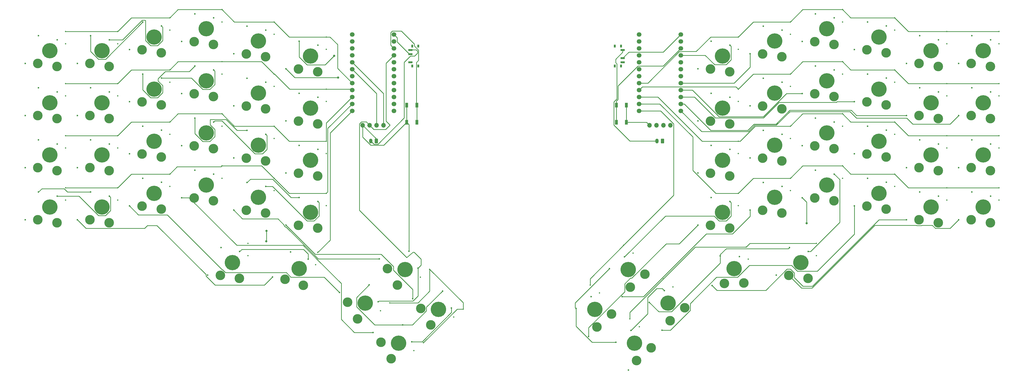
<source format=gbr>
%TF.GenerationSoftware,KiCad,Pcbnew,8.0.2-1.fc40*%
%TF.CreationDate,2024-06-26T22:38:01-04:00*%
%TF.ProjectId,BatBoard,42617442-6f61-4726-942e-6b696361645f,v1.0.0*%
%TF.SameCoordinates,Original*%
%TF.FileFunction,Copper,L1,Top*%
%TF.FilePolarity,Positive*%
%FSLAX46Y46*%
G04 Gerber Fmt 4.6, Leading zero omitted, Abs format (unit mm)*
G04 Created by KiCad (PCBNEW 8.0.2-1.fc40) date 2024-06-26 22:38:01*
%MOMM*%
%LPD*%
G01*
G04 APERTURE LIST*
G04 Aperture macros list*
%AMRoundRect*
0 Rectangle with rounded corners*
0 $1 Rounding radius*
0 $2 $3 $4 $5 $6 $7 $8 $9 X,Y pos of 4 corners*
0 Add a 4 corners polygon primitive as box body*
4,1,4,$2,$3,$4,$5,$6,$7,$8,$9,$2,$3,0*
0 Add four circle primitives for the rounded corners*
1,1,$1+$1,$2,$3*
1,1,$1+$1,$4,$5*
1,1,$1+$1,$6,$7*
1,1,$1+$1,$8,$9*
0 Add four rect primitives between the rounded corners*
20,1,$1+$1,$2,$3,$4,$5,0*
20,1,$1+$1,$4,$5,$6,$7,0*
20,1,$1+$1,$6,$7,$8,$9,0*
20,1,$1+$1,$8,$9,$2,$3,0*%
G04 Aperture macros list end*
%TA.AperFunction,ComponentPad*%
%ADD10C,1.700000*%
%TD*%
%TA.AperFunction,SMDPad,CuDef*%
%ADD11R,1.100000X1.800000*%
%TD*%
%TA.AperFunction,ComponentPad*%
%ADD12C,0.600000*%
%TD*%
%TA.AperFunction,SMDPad,CuDef*%
%ADD13R,0.800000X1.000000*%
%TD*%
%TA.AperFunction,SMDPad,CuDef*%
%ADD14R,1.500000X0.700000*%
%TD*%
%TA.AperFunction,ComponentPad*%
%ADD15O,1.700000X1.700000*%
%TD*%
%TA.AperFunction,ComponentPad*%
%ADD16C,5.600000*%
%TD*%
%TA.AperFunction,ComponentPad*%
%ADD17C,3.500000*%
%TD*%
%TA.AperFunction,ComponentPad*%
%ADD18C,0.500000*%
%TD*%
%TA.AperFunction,ComponentPad*%
%ADD19RoundRect,0.240000X-0.360000X-0.635000X0.360000X-0.635000X0.360000X0.635000X-0.360000X0.635000X0*%
%TD*%
%TA.AperFunction,ComponentPad*%
%ADD20O,1.200000X1.750000*%
%TD*%
%TA.AperFunction,ViaPad*%
%ADD21C,0.800000*%
%TD*%
%TA.AperFunction,Conductor*%
%ADD22C,0.250000*%
%TD*%
G04 APERTURE END LIST*
D10*
%TO.P,MCU2,1*%
%TO.N,M_RAW*%
X280580637Y-111912500D03*
%TO.P,MCU2,2*%
%TO.N,M_GND*%
X280580637Y-114452500D03*
%TO.P,MCU2,3*%
%TO.N,M_RST*%
X280580637Y-116992500D03*
%TO.P,MCU2,4*%
%TO.N,M_VCC*%
X280580637Y-119532500D03*
%TO.P,MCU2,5*%
%TO.N,M_P21*%
X280580637Y-122072500D03*
%TO.P,MCU2,6*%
%TO.N,M_P20*%
X280580637Y-124612500D03*
%TO.P,MCU2,7*%
%TO.N,M_P19*%
X280580637Y-127152500D03*
%TO.P,MCU2,8*%
%TO.N,M_P18*%
X280580637Y-129692500D03*
%TO.P,MCU2,9*%
%TO.N,M_P15*%
X280580637Y-132232500D03*
%TO.P,MCU2,10*%
%TO.N,M_P14*%
X280580637Y-134772500D03*
%TO.P,MCU2,11*%
%TO.N,M_P16*%
X280580637Y-137312500D03*
%TO.P,MCU2,12*%
%TO.N,M_P10*%
X280580637Y-139852500D03*
%TO.P,MCU2,13*%
%TO.N,M_P9*%
X265340637Y-139852500D03*
%TO.P,MCU2,14*%
%TO.N,M_P8*%
X265340637Y-137312500D03*
%TO.P,MCU2,15*%
%TO.N,M_P7*%
X265340637Y-134772500D03*
%TO.P,MCU2,16*%
%TO.N,M_P6*%
X265340637Y-132232500D03*
%TO.P,MCU2,17*%
%TO.N,M_P5*%
X265340637Y-129692500D03*
%TO.P,MCU2,18*%
%TO.N,M_P4*%
X265340637Y-127152500D03*
%TO.P,MCU2,19*%
%TO.N,M_SCL*%
X265340637Y-124612500D03*
%TO.P,MCU2,20*%
%TO.N,M_SDA*%
X265340637Y-122072500D03*
%TO.P,MCU2,21*%
%TO.N,M_GND*%
X265340637Y-119532500D03*
%TO.P,MCU2,22*%
X265340637Y-116992500D03*
%TO.P,MCU2,23*%
%TO.N,M_DAT*%
X265340637Y-114452500D03*
%TO.P,MCU2,24*%
%TO.N,M_LED*%
X265340637Y-111912500D03*
%TD*%
%TO.P,MCU1,1*%
%TO.N,RAW*%
X175730000Y-111912500D03*
%TO.P,MCU1,2*%
%TO.N,GND*%
X175730000Y-114452500D03*
%TO.P,MCU1,3*%
%TO.N,RST*%
X175730000Y-116992500D03*
%TO.P,MCU1,4*%
%TO.N,VCC*%
X175730000Y-119532500D03*
%TO.P,MCU1,5*%
%TO.N,P21*%
X175730000Y-122072500D03*
%TO.P,MCU1,6*%
%TO.N,P20*%
X175730000Y-124612500D03*
%TO.P,MCU1,7*%
%TO.N,P19*%
X175730000Y-127152500D03*
%TO.P,MCU1,8*%
%TO.N,P18*%
X175730000Y-129692500D03*
%TO.P,MCU1,9*%
%TO.N,P15*%
X175730000Y-132232500D03*
%TO.P,MCU1,10*%
%TO.N,P14*%
X175730000Y-134772500D03*
%TO.P,MCU1,11*%
%TO.N,P16*%
X175730000Y-137312500D03*
%TO.P,MCU1,12*%
%TO.N,P10*%
X175730000Y-139852500D03*
%TO.P,MCU1,13*%
%TO.N,P9*%
X160490000Y-139852500D03*
%TO.P,MCU1,14*%
%TO.N,P8*%
X160490000Y-137312500D03*
%TO.P,MCU1,15*%
%TO.N,P7*%
X160490000Y-134772500D03*
%TO.P,MCU1,16*%
%TO.N,P6*%
X160490000Y-132232500D03*
%TO.P,MCU1,17*%
%TO.N,P5*%
X160490000Y-129692500D03*
%TO.P,MCU1,18*%
%TO.N,P4*%
X160490000Y-127152500D03*
%TO.P,MCU1,19*%
%TO.N,SCL*%
X160490000Y-124612500D03*
%TO.P,MCU1,20*%
%TO.N,SDA*%
X160490000Y-122072500D03*
%TO.P,MCU1,21*%
%TO.N,GND*%
X160490000Y-119532500D03*
%TO.P,MCU1,22*%
X160490000Y-116992500D03*
%TO.P,MCU1,23*%
%TO.N,DAT*%
X160490000Y-114452500D03*
%TO.P,MCU1,24*%
%TO.N,LED*%
X160490000Y-111912500D03*
%TD*%
D11*
%TO.P,B1,1*%
%TO.N,GND*%
X180400000Y-144000000D03*
X180400000Y-137800000D03*
%TO.P,B1,2*%
%TO.N,RST*%
X184100000Y-144000000D03*
X184100000Y-137800000D03*
%TD*%
D12*
%TO.P,REF\u002A\u002A,1*%
%TO.N,M_VCC*%
X262310535Y-220140746D03*
%TD*%
%TO.P,REF\u002A\u002A,1*%
%TO.N,M_VCC*%
X298520637Y-153950000D03*
%TD*%
%TO.P,REF\u002A\u002A,1*%
%TO.N,P18*%
X117200000Y-118990000D03*
%TD*%
%TO.P,REF\u002A\u002A,1*%
%TO.N,P15*%
X168091916Y-220868351D03*
%TD*%
%TO.P,REF\u002A\u002A,1*%
%TO.N,P18*%
X170407819Y-193991798D03*
%TD*%
%TO.P,REF\u002A\u002A,1*%
%TO.N,M_GND*%
X291670637Y-171550000D03*
%TD*%
%TO.P,REF\u002A\u002A,1*%
%TO.N,VCC*%
X90800000Y-108850000D03*
%TD*%
%TO.P,REF\u002A\u002A,1*%
%TO.N,GND*%
X141100000Y-133450000D03*
%TD*%
%TO.P,REF\u002A\u002A,1*%
%TO.N,VCC*%
X128900000Y-129400000D03*
%TD*%
%TO.P,REF\u002A\u002A,1*%
%TO.N,M_GND*%
X291670637Y-152500000D03*
%TD*%
%TO.P,REF\u002A\u002A,1*%
%TO.N,P20*%
X182620784Y-208546643D03*
%TD*%
%TO.P,REF\u002A\u002A,1*%
%TO.N,GND*%
X181254728Y-191221387D03*
%TD*%
%TO.P,REF\u002A\u002A,1*%
%TO.N,GND*%
X178938824Y-218097940D03*
%TD*%
%TO.P,REF\u002A\u002A,1*%
%TO.N,VCC*%
X71750000Y-113850000D03*
%TD*%
%TO.P,REF\u002A\u002A,1*%
%TO.N,M_P16*%
X363020637Y-179640000D03*
%TD*%
%TO.P,REF\u002A\u002A,1*%
%TO.N,M_P14*%
X343970637Y-155590000D03*
%TD*%
%TO.P,REF\u002A\u002A,1*%
%TO.N,M_GND*%
X367870637Y-131450000D03*
%TD*%
%TO.P,REF\u002A\u002A,1*%
%TO.N,P16*%
X60050000Y-122490000D03*
%TD*%
%TO.P,REF\u002A\u002A,1*%
%TO.N,VCC*%
X147950000Y-173000000D03*
%TD*%
D13*
%TO.P,PWR1,*%
%TO.N,*%
X182415000Y-116200000D03*
X182415000Y-123500000D03*
X184625000Y-116200000D03*
X184625000Y-123500000D03*
D14*
%TO.P,PWR1,1*%
%TO.N,N/C*%
X181765000Y-122100000D03*
%TO.P,PWR1,2*%
%TO.N,RAW*%
X181765000Y-119100000D03*
%TO.P,PWR1,3*%
%TO.N,BAT_P*%
X181765000Y-117600000D03*
%TD*%
D12*
%TO.P,REF\u002A\u002A,1*%
%TO.N,M_GND*%
X291670637Y-114400000D03*
%TD*%
%TO.P,REF\u002A\u002A,1*%
%TO.N,M_VCC*%
X298520637Y-173000000D03*
%TD*%
%TO.P,REF\u002A\u002A,1*%
%TO.N,M_GND*%
X310720637Y-108900000D03*
%TD*%
%TO.P,REF\u002A\u002A,1*%
%TO.N,VCC*%
X90800000Y-166000000D03*
%TD*%
%TO.P,REF\u002A\u002A,1*%
%TO.N,GND*%
X112525000Y-189862500D03*
%TD*%
%TO.P,REF\u002A\u002A,1*%
%TO.N,M_P15*%
X324920637Y-133540000D03*
%TD*%
%TO.P,REF\u002A\u002A,1*%
%TO.N,GND*%
X83950000Y-126450000D03*
%TD*%
%TO.P,REF\u002A\u002A,1*%
%TO.N,GND*%
X64900000Y-131450000D03*
%TD*%
%TO.P,REF\u002A\u002A,1*%
%TO.N,GND*%
X193467692Y-205776231D03*
%TD*%
%TO.P,REF\u002A\u002A,1*%
%TO.N,GND*%
X45850000Y-150500000D03*
%TD*%
%TO.P,REF\u002A\u002A,1*%
%TO.N,M_VCC*%
X336620637Y-105850000D03*
%TD*%
%TO.P,REF\u002A\u002A,1*%
%TO.N,GND*%
X122050000Y-108900000D03*
%TD*%
%TO.P,REF\u002A\u002A,1*%
%TO.N,M_VCC*%
X336620637Y-163000000D03*
%TD*%
%TO.P,REF\u002A\u002A,1*%
%TO.N,M_P10*%
X382070637Y-141540000D03*
%TD*%
%TO.P,REF\u002A\u002A,1*%
%TO.N,P14*%
X79100000Y-174640000D03*
%TD*%
%TO.P,REF\u002A\u002A,1*%
%TO.N,P18*%
X117200000Y-138040000D03*
%TD*%
%TO.P,REF\u002A\u002A,1*%
%TO.N,M_VCC*%
X393770637Y-132900000D03*
%TD*%
%TO.P,REF\u002A\u002A,1*%
%TO.N,M_VCC*%
X317570637Y-167500000D03*
%TD*%
%TO.P,REF\u002A\u002A,1*%
%TO.N,VCC*%
X90800000Y-127900000D03*
%TD*%
%TO.P,REF\u002A\u002A,1*%
%TO.N,P10*%
X41000000Y-141540000D03*
%TD*%
%TO.P,REF\u002A\u002A,1*%
%TO.N,M_GND*%
X254480772Y-197579556D03*
%TD*%
%TO.P,REF\u002A\u002A,1*%
%TO.N,GND*%
X141100000Y-171550000D03*
%TD*%
%TO.P,REF\u002A\u002A,1*%
%TO.N,M_P15*%
X261408544Y-234657151D03*
%TD*%
%TO.P,REF\u002A\u002A,1*%
%TO.N,M_GND*%
X329770637Y-123450000D03*
%TD*%
%TO.P,REF\u002A\u002A,1*%
%TO.N,M_GND*%
X348820637Y-126450000D03*
%TD*%
%TO.P,REF\u002A\u002A,1*%
%TO.N,M_GND*%
X329770637Y-142500000D03*
%TD*%
%TO.P,REF\u002A\u002A,1*%
%TO.N,VCC*%
X71750000Y-132900000D03*
%TD*%
%TO.P,REF\u002A\u002A,1*%
%TO.N,GND*%
X122050000Y-127950000D03*
%TD*%
%TO.P,REF\u002A\u002A,1*%
%TO.N,M_P20*%
X286820637Y-124490000D03*
%TD*%
%TO.P,REF\u002A\u002A,1*%
%TO.N,M_P10*%
X382070637Y-179640000D03*
%TD*%
%TO.P,REF\u002A\u002A,1*%
%TO.N,M_GND*%
X269041780Y-209862962D03*
%TD*%
D15*
%TO.P,DISP2,1*%
%TO.N,M_GND*%
X269150637Y-145122500D03*
%TO.P,DISP2,2*%
%TO.N,M_VCC*%
X271690637Y-145122500D03*
%TO.P,DISP2,3*%
%TO.N,M_SCL*%
X274230637Y-145122500D03*
%TO.P,DISP2,4*%
%TO.N,M_SDA*%
X276770637Y-145122500D03*
%TD*%
D12*
%TO.P,REF\u002A\u002A,1*%
%TO.N,M_GND*%
X329770637Y-161550000D03*
%TD*%
%TO.P,REF\u002A\u002A,1*%
%TO.N,GND*%
X141100000Y-152500000D03*
%TD*%
%TO.P,REF\u002A\u002A,1*%
%TO.N,M_P20*%
X286820637Y-162590000D03*
%TD*%
%TO.P,REF\u002A\u002A,1*%
%TO.N,P18*%
X117200000Y-157090000D03*
%TD*%
%TO.P,REF\u002A\u002A,1*%
%TO.N,M_GND*%
X294974590Y-192911473D03*
%TD*%
%TO.P,REF\u002A\u002A,1*%
%TO.N,P18*%
X117200000Y-176140000D03*
%TD*%
%TO.P,REF\u002A\u002A,1*%
%TO.N,M_P18*%
X259092641Y-207780598D03*
%TD*%
%TO.P,REF\u002A\u002A,1*%
%TO.N,M_GND*%
X386920637Y-131450000D03*
%TD*%
%TO.P,REF\u002A\u002A,1*%
%TO.N,M_P14*%
X343970637Y-174640000D03*
%TD*%
%TO.P,REF\u002A\u002A,1*%
%TO.N,GND*%
X122050000Y-166050000D03*
%TD*%
%TO.P,REF\u002A\u002A,1*%
%TO.N,M_GND*%
X320245637Y-189862500D03*
%TD*%
%TO.P,REF\u002A\u002A,1*%
%TO.N,M_P16*%
X363020637Y-160590000D03*
%TD*%
%TO.P,REF\u002A\u002A,1*%
%TO.N,M_VCC*%
X374720637Y-151950000D03*
%TD*%
%TO.P,REF\u002A\u002A,1*%
%TO.N,GND*%
X83950000Y-107400000D03*
%TD*%
%TO.P,REF\u002A\u002A,1*%
%TO.N,M_P10*%
X382070637Y-122490000D03*
%TD*%
%TO.P,REF\u002A\u002A,1*%
%TO.N,GND*%
X45850000Y-169550000D03*
%TD*%
%TO.P,REF\u002A\u002A,1*%
%TO.N,GND*%
X141100000Y-114400000D03*
%TD*%
%TO.P,REF\u002A\u002A,1*%
%TO.N,M_GND*%
X386920637Y-112400000D03*
%TD*%
%TO.P,REF\u002A\u002A,1*%
%TO.N,GND*%
X103000000Y-104400000D03*
%TD*%
%TO.P,REF\u002A\u002A,1*%
%TO.N,M_VCC*%
X317570637Y-129400000D03*
%TD*%
%TO.P,REF\u002A\u002A,1*%
%TO.N,VCC*%
X52700000Y-132900000D03*
%TD*%
%TO.P,REF\u002A\u002A,1*%
%TO.N,M_P10*%
X315395637Y-199952500D03*
%TD*%
%TO.P,REF\u002A\u002A,1*%
%TO.N,M_GND*%
X310720637Y-147000000D03*
%TD*%
%TO.P,REF\u002A\u002A,1*%
%TO.N,M_VCC*%
X393770637Y-113850000D03*
%TD*%
%TO.P,REF\u002A\u002A,1*%
%TO.N,M_P14*%
X273653648Y-220064005D03*
%TD*%
%TO.P,REF\u002A\u002A,1*%
%TO.N,P20*%
X136250000Y-124490000D03*
%TD*%
%TO.P,REF\u002A\u002A,1*%
%TO.N,VCC*%
X196760023Y-211955678D03*
%TD*%
%TO.P,REF\u002A\u002A,1*%
%TO.N,M_P16*%
X363020637Y-141540000D03*
%TD*%
%TO.P,REF\u002A\u002A,1*%
%TO.N,M_VCC*%
X336620637Y-143950000D03*
%TD*%
%TO.P,REF\u002A\u002A,1*%
%TO.N,P15*%
X98150000Y-133540000D03*
%TD*%
%TO.P,REF\u002A\u002A,1*%
%TO.N,M_VCC*%
X301972313Y-193149954D03*
%TD*%
%TO.P,REF\u002A\u002A,1*%
%TO.N,GND*%
X64900000Y-169550000D03*
%TD*%
%TO.P,REF\u002A\u002A,1*%
%TO.N,VCC*%
X109850000Y-124900000D03*
%TD*%
%TO.P,REF\u002A\u002A,1*%
%TO.N,P16*%
X60050000Y-179640000D03*
%TD*%
%TO.P,REF\u002A\u002A,1*%
%TO.N,VCC*%
X71750000Y-151950000D03*
%TD*%
%TO.P,REF\u002A\u002A,1*%
%TO.N,M_VCC*%
X374720637Y-171000000D03*
%TD*%
D11*
%TO.P,B2,1*%
%TO.N,M_GND*%
X260670637Y-137800000D03*
X260670637Y-144000000D03*
%TO.P,B2,2*%
%TO.N,M_RST*%
X256970637Y-137800000D03*
X256970637Y-144000000D03*
%TD*%
D12*
%TO.P,REF\u002A\u002A,1*%
%TO.N,M_VCC*%
X317570637Y-148450000D03*
%TD*%
%TO.P,REF\u002A\u002A,1*%
%TO.N,M_P16*%
X291950382Y-203690377D03*
%TD*%
%TO.P,REF\u002A\u002A,1*%
%TO.N,GND*%
X122050000Y-147000000D03*
%TD*%
%TO.P,REF\u002A\u002A,1*%
%TO.N,M_GND*%
X310720637Y-127950000D03*
%TD*%
%TO.P,REF\u002A\u002A,1*%
%TO.N,M_P14*%
X343970637Y-136540000D03*
%TD*%
%TO.P,REF\u002A\u002A,1*%
%TO.N,GND*%
X83950000Y-145500000D03*
%TD*%
%TO.P,REF\u002A\u002A,1*%
%TO.N,P15*%
X98150000Y-171640000D03*
%TD*%
%TO.P,REF\u002A\u002A,1*%
%TO.N,M_GND*%
X348820637Y-164550000D03*
%TD*%
%TO.P,REF\u002A\u002A,1*%
%TO.N,M_GND*%
X291670637Y-133450000D03*
%TD*%
%TO.P,REF\u002A\u002A,1*%
%TO.N,M_P15*%
X324920637Y-171640000D03*
%TD*%
%TO.P,REF\u002A\u002A,1*%
%TO.N,M_VCC*%
X274555639Y-205547600D03*
%TD*%
%TO.P,REF\u002A\u002A,1*%
%TO.N,VCC*%
X169986051Y-209684240D03*
%TD*%
%TO.P,REF\u002A\u002A,1*%
%TO.N,M_GND*%
X348820637Y-145500000D03*
%TD*%
%TO.P,REF\u002A\u002A,1*%
%TO.N,GND*%
X137922143Y-191470193D03*
%TD*%
D13*
%TO.P,PWR2,*%
%TO.N,*%
X258655637Y-123500000D03*
X258655637Y-116200000D03*
X256445637Y-123500000D03*
X256445637Y-116200000D03*
D14*
%TO.P,PWR2,1*%
%TO.N,M_BAT_P*%
X259305637Y-117600000D03*
%TO.P,PWR2,2*%
%TO.N,M_RAW*%
X259305637Y-120600000D03*
%TO.P,PWR2,3*%
%TO.N,N/C*%
X259305637Y-122100000D03*
%TD*%
D12*
%TO.P,REF\u002A\u002A,1*%
%TO.N,M_P18*%
X305870637Y-176140000D03*
%TD*%
%TO.P,REF\u002A\u002A,1*%
%TO.N,M_P20*%
X286820637Y-143540000D03*
%TD*%
%TO.P,REF\u002A\u002A,1*%
%TO.N,VCC*%
X119375000Y-191312500D03*
%TD*%
%TO.P,REF\u002A\u002A,1*%
%TO.N,VCC*%
X184547058Y-197400833D03*
%TD*%
%TO.P,REF\u002A\u002A,1*%
%TO.N,M_GND*%
X367870637Y-150500000D03*
%TD*%
%TO.P,REF\u002A\u002A,1*%
%TO.N,P15*%
X98150000Y-152590000D03*
%TD*%
%TO.P,REF\u002A\u002A,1*%
%TO.N,GND*%
X103000000Y-142500000D03*
%TD*%
%TO.P,REF\u002A\u002A,1*%
%TO.N,GND*%
X45850000Y-112400000D03*
%TD*%
%TO.P,REF\u002A\u002A,1*%
%TO.N,M_VCC*%
X355670637Y-108850000D03*
%TD*%
%TO.P,REF\u002A\u002A,1*%
%TO.N,M_GND*%
X348820637Y-107400000D03*
%TD*%
%TO.P,REF\u002A\u002A,1*%
%TO.N,VCC*%
X147950000Y-115850000D03*
%TD*%
%TO.P,REF\u002A\u002A,1*%
%TO.N,M_VCC*%
X327095637Y-191312500D03*
%TD*%
%TO.P,REF\u002A\u002A,1*%
%TO.N,P16*%
X131393715Y-200564710D03*
%TD*%
%TO.P,REF\u002A\u002A,1*%
%TO.N,M_VCC*%
X355670637Y-127900000D03*
%TD*%
%TO.P,REF\u002A\u002A,1*%
%TO.N,GND*%
X103000000Y-123450000D03*
%TD*%
%TO.P,REF\u002A\u002A,1*%
%TO.N,VCC*%
X147950000Y-153950000D03*
%TD*%
%TO.P,REF\u002A\u002A,1*%
%TO.N,P14*%
X155846812Y-206275205D03*
%TD*%
%TO.P,REF\u002A\u002A,1*%
%TO.N,VCC*%
X52700000Y-113850000D03*
%TD*%
%TO.P,REF\u002A\u002A,1*%
%TO.N,M_GND*%
X242267808Y-212134400D03*
%TD*%
%TO.P,REF\u002A\u002A,1*%
%TO.N,M_P18*%
X305870637Y-157090000D03*
%TD*%
%TO.P,REF\u002A\u002A,1*%
%TO.N,P10*%
X41000000Y-160590000D03*
%TD*%
%TO.P,REF\u002A\u002A,1*%
%TO.N,VCC*%
X52700000Y-151950000D03*
%TD*%
%TO.P,REF\u002A\u002A,1*%
%TO.N,M_VCC*%
X355670637Y-166000000D03*
%TD*%
%TO.P,REF\u002A\u002A,1*%
%TO.N,M_P20*%
X246879676Y-222335443D03*
%TD*%
%TO.P,REF\u002A\u002A,1*%
%TO.N,M_P18*%
X305870637Y-118990000D03*
%TD*%
%TO.P,REF\u002A\u002A,1*%
%TO.N,P16*%
X60050000Y-141540000D03*
%TD*%
%TO.P,REF\u002A\u002A,1*%
%TO.N,M_VCC*%
X317570637Y-110350000D03*
%TD*%
%TO.P,REF\u002A\u002A,1*%
%TO.N,GND*%
X64900000Y-150500000D03*
%TD*%
%TO.P,REF\u002A\u002A,1*%
%TO.N,M_VCC*%
X298520637Y-115850000D03*
%TD*%
%TO.P,REF\u002A\u002A,1*%
%TO.N,P14*%
X79100000Y-155590000D03*
%TD*%
%TO.P,REF\u002A\u002A,1*%
%TO.N,VCC*%
X144416286Y-194087655D03*
%TD*%
%TO.P,REF\u002A\u002A,1*%
%TO.N,M_VCC*%
X355670637Y-146950000D03*
%TD*%
%TO.P,REF\u002A\u002A,1*%
%TO.N,M_VCC*%
X393770637Y-171000000D03*
%TD*%
%TO.P,REF\u002A\u002A,1*%
%TO.N,VCC*%
X182231155Y-224277386D03*
%TD*%
%TO.P,REF\u002A\u002A,1*%
%TO.N,P10*%
X41000000Y-122490000D03*
%TD*%
%TO.P,REF\u002A\u002A,1*%
%TO.N,M_GND*%
X386920637Y-150500000D03*
%TD*%
%TO.P,REF\u002A\u002A,1*%
%TO.N,M_GND*%
X367870637Y-112400000D03*
%TD*%
%TO.P,REF\u002A\u002A,1*%
%TO.N,P20*%
X136250000Y-143540000D03*
%TD*%
%TO.P,REF\u002A\u002A,1*%
%TO.N,VCC*%
X52700000Y-171000000D03*
%TD*%
%TO.P,REF\u002A\u002A,1*%
%TO.N,M_VCC*%
X336620637Y-124900000D03*
%TD*%
%TO.P,REF\u002A\u002A,1*%
%TO.N,GND*%
X103000000Y-161550000D03*
%TD*%
%TO.P,REF\u002A\u002A,1*%
%TO.N,P15*%
X98150000Y-114490000D03*
%TD*%
%TO.P,REF\u002A\u002A,1*%
%TO.N,M_GND*%
X256796676Y-224456109D03*
%TD*%
%TO.P,REF\u002A\u002A,1*%
%TO.N,VCC*%
X128900000Y-148450000D03*
%TD*%
%TO.P,REF\u002A\u002A,1*%
%TO.N,VCC*%
X109850000Y-163000000D03*
%TD*%
%TO.P,REF\u002A\u002A,1*%
%TO.N,P20*%
X136250000Y-181640000D03*
%TD*%
%TO.P,REF\u002A\u002A,1*%
%TO.N,P16*%
X60050000Y-160590000D03*
%TD*%
%TO.P,REF\u002A\u002A,1*%
%TO.N,M_P14*%
X343970637Y-117490000D03*
%TD*%
%TO.P,REF\u002A\u002A,1*%
%TO.N,GND*%
X45850000Y-131450000D03*
%TD*%
%TO.P,REF\u002A\u002A,1*%
%TO.N,VCC*%
X90800000Y-146950000D03*
%TD*%
%TO.P,REF\u002A\u002A,1*%
%TO.N,GND*%
X83950000Y-164550000D03*
%TD*%
%TO.P,REF\u002A\u002A,1*%
%TO.N,M_P16*%
X363020637Y-122490000D03*
%TD*%
%TO.P,REF\u002A\u002A,1*%
%TO.N,M_VCC*%
X298520637Y-134900000D03*
%TD*%
%TO.P,REF\u002A\u002A,1*%
%TO.N,M_P20*%
X286820637Y-181640000D03*
%TD*%
%TO.P,REF\u002A\u002A,1*%
%TO.N,M_VCC*%
X374720637Y-132900000D03*
%TD*%
%TO.P,REF\u002A\u002A,1*%
%TO.N,VCC*%
X109850000Y-143950000D03*
%TD*%
%TO.P,REF\u002A\u002A,1*%
%TO.N,M_VCC*%
X393770637Y-151950000D03*
%TD*%
%TO.P,REF\u002A\u002A,1*%
%TO.N,P14*%
X79100000Y-136540000D03*
%TD*%
%TO.P,REF\u002A\u002A,1*%
%TO.N,P10*%
X41000000Y-179640000D03*
%TD*%
%TO.P,REF\u002A\u002A,1*%
%TO.N,P20*%
X136250000Y-162590000D03*
%TD*%
%TO.P,REF\u002A\u002A,1*%
%TO.N,VCC*%
X109850000Y-105850000D03*
%TD*%
%TO.P,REF\u002A\u002A,1*%
%TO.N,M_GND*%
X310720637Y-166050000D03*
%TD*%
%TO.P,REF\u002A\u002A,1*%
%TO.N,P14*%
X79100000Y-117490000D03*
%TD*%
%TO.P,REF\u002A\u002A,1*%
%TO.N,M_P15*%
X324920637Y-152590000D03*
%TD*%
D15*
%TO.P,DISP1,1*%
%TO.N,GND*%
X164300000Y-145122500D03*
%TO.P,DISP1,2*%
%TO.N,VCC*%
X166840000Y-145122500D03*
%TO.P,DISP1,3*%
%TO.N,SCL*%
X169380000Y-145122500D03*
%TO.P,DISP1,4*%
%TO.N,SDA*%
X171920000Y-145122500D03*
%TD*%
D12*
%TO.P,REF\u002A\u002A,1*%
%TO.N,P10*%
X107675000Y-199952500D03*
%TD*%
%TO.P,REF\u002A\u002A,1*%
%TO.N,M_GND*%
X367870637Y-169550000D03*
%TD*%
%TO.P,REF\u002A\u002A,1*%
%TO.N,VCC*%
X128900000Y-110350000D03*
%TD*%
%TO.P,REF\u002A\u002A,1*%
%TO.N,M_GND*%
X329770637Y-104400000D03*
%TD*%
%TO.P,REF\u002A\u002A,1*%
%TO.N,M_VCC*%
X374720637Y-113850000D03*
%TD*%
%TO.P,REF\u002A\u002A,1*%
%TO.N,M_P15*%
X324920637Y-114490000D03*
%TD*%
%TO.P,REF\u002A\u002A,1*%
%TO.N,M_P18*%
X305870637Y-138040000D03*
%TD*%
%TO.P,REF\u002A\u002A,1*%
%TO.N,VCC*%
X71750000Y-171000000D03*
%TD*%
%TO.P,REF\u002A\u002A,1*%
%TO.N,GND*%
X166693720Y-203504793D03*
%TD*%
%TO.P,REF\u002A\u002A,1*%
%TO.N,VCC*%
X128900000Y-167500000D03*
%TD*%
%TO.P,REF\u002A\u002A,1*%
%TO.N,GND*%
X64900000Y-112400000D03*
%TD*%
%TO.P,REF\u002A\u002A,1*%
%TO.N,M_GND*%
X386920637Y-169550000D03*
%TD*%
%TO.P,REF\u002A\u002A,1*%
%TO.N,VCC*%
X147950000Y-134900000D03*
%TD*%
%TO.P,REF\u002A\u002A,1*%
%TO.N,M_P10*%
X382070637Y-160590000D03*
%TD*%
%TO.P,REF\u002A\u002A,1*%
%TO.N,M_VCC*%
X259994632Y-193264193D03*
%TD*%
%TO.P,REF\u002A\u002A,1*%
%TO.N,M_VCC*%
X247781667Y-207819038D03*
%TD*%
D16*
%TO.P,S52,*%
%TO.N,*%
X295820637Y-157950000D03*
D17*
%TO.P,S52,1*%
%TO.N,M_P20*%
X291420637Y-162650000D03*
%TO.P,S52,2*%
%TO.N,mirror_inner_home*%
X298420637Y-163700000D03*
%TD*%
D18*
%TO.P,D53,1*%
%TO.N,M_P6*%
X301535637Y-131887500D03*
%TO.P,D53,2*%
%TO.N,mirror_inner_top*%
X301535637Y-136387500D03*
%TD*%
D16*
%TO.P,S17,*%
%TO.N,*%
X126200000Y-171500000D03*
D17*
%TO.P,S17,1*%
%TO.N,P18*%
X121800000Y-176200000D03*
%TO.P,S17,2*%
%TO.N,index_bottom*%
X128800000Y-177250000D03*
%TD*%
D16*
%TO.P,S20,*%
%TO.N,*%
X126200000Y-114350000D03*
D17*
%TO.P,S20,1*%
%TO.N,P18*%
X121800000Y-119050000D03*
%TO.P,S20,2*%
%TO.N,index_num*%
X128800000Y-120100000D03*
%TD*%
D16*
%TO.P,S53,*%
%TO.N,*%
X295820637Y-138900000D03*
D17*
%TO.P,S53,1*%
%TO.N,M_P20*%
X291420637Y-143600000D03*
%TO.P,S53,2*%
%TO.N,mirror_inner_top*%
X298420637Y-144650000D03*
%TD*%
D18*
%TO.P,D24,1*%
%TO.N,P5*%
X150965000Y-112837500D03*
%TO.P,D24,2*%
%TO.N,inner_num*%
X150965000Y-117337500D03*
%TD*%
D16*
%TO.P,S34,*%
%TO.N,*%
X391070637Y-117850000D03*
D17*
%TO.P,S34,1*%
%TO.N,M_P10*%
X386670637Y-122550000D03*
%TO.P,S34,2*%
%TO.N,mirror_outer_num*%
X393670637Y-123600000D03*
%TD*%
D16*
%TO.P,S19,*%
%TO.N,*%
X126200000Y-133400000D03*
D17*
%TO.P,S19,1*%
%TO.N,P18*%
X121800000Y-138100000D03*
%TO.P,S19,2*%
%TO.N,index_top*%
X128800000Y-139150000D03*
%TD*%
D16*
%TO.P,S36,*%
%TO.N,*%
X372020637Y-155950000D03*
D17*
%TO.P,S36,1*%
%TO.N,M_P16*%
X367620637Y-160650000D03*
%TO.P,S36,2*%
%TO.N,mirror_pinky_home*%
X374620637Y-161700000D03*
%TD*%
D16*
%TO.P,S47,*%
%TO.N,*%
X314870637Y-171500000D03*
D17*
%TO.P,S47,1*%
%TO.N,M_P18*%
X310470637Y-176200000D03*
%TO.P,S47,2*%
%TO.N,mirror_index_bottom*%
X317470637Y-177250000D03*
%TD*%
D18*
%TO.P,D13,1*%
%TO.N,P8*%
X112865000Y-159987500D03*
%TO.P,D13,2*%
%TO.N,middle_bottom*%
X112865000Y-164487500D03*
%TD*%
D16*
%TO.P,S33,*%
%TO.N,*%
X391070637Y-136900000D03*
D17*
%TO.P,S33,1*%
%TO.N,M_P10*%
X386670637Y-141600000D03*
%TO.P,S33,2*%
%TO.N,mirror_outer_top*%
X393670637Y-142650000D03*
%TD*%
D16*
%TO.P,S26,*%
%TO.N,*%
X141062713Y-197558035D03*
D17*
%TO.P,S26,1*%
%TO.N,P16*%
X135913410Y-201422579D03*
%TO.P,S26,2*%
%TO.N,tucky_thumb*%
X142624736Y-203672165D03*
%TD*%
D16*
%TO.P,S14,*%
%TO.N,*%
X107150000Y-147950000D03*
D17*
%TO.P,S14,1*%
%TO.N,P15*%
X102750000Y-152650000D03*
%TO.P,S14,2*%
%TO.N,middle_home*%
X109750000Y-153700000D03*
%TD*%
D18*
%TO.P,D14,1*%
%TO.N,P7*%
X112865000Y-140937500D03*
%TO.P,D14,2*%
%TO.N,middle_home*%
X112865000Y-145437500D03*
%TD*%
D16*
%TO.P,S29,*%
%TO.N,*%
X179747354Y-197903664D03*
D17*
%TO.P,S29,1*%
%TO.N,P18*%
X173318680Y-197554170D03*
%TO.P,S29,2*%
%TO.N,extra_thumb*%
X177013846Y-203591408D03*
%TD*%
D18*
%TO.P,D39,1*%
%TO.N,M_P8*%
X358685637Y-162987500D03*
%TO.P,D39,2*%
%TO.N,mirror_ring_bottom*%
X358685637Y-167487500D03*
%TD*%
D16*
%TO.P,S4,*%
%TO.N,*%
X50000000Y-117850000D03*
D17*
%TO.P,S4,1*%
%TO.N,P10*%
X45600000Y-122550000D03*
%TO.P,S4,2*%
%TO.N,outer_num*%
X52600000Y-123600000D03*
%TD*%
D18*
%TO.P,D49,1*%
%TO.N,M_P6*%
X320585637Y-126387500D03*
%TO.P,D49,2*%
%TO.N,mirror_index_top*%
X320585637Y-130887500D03*
%TD*%
D16*
%TO.P,S22,*%
%TO.N,*%
X145250000Y-157950000D03*
D17*
%TO.P,S22,1*%
%TO.N,P20*%
X140850000Y-162650000D03*
%TO.P,S22,2*%
%TO.N,inner_home*%
X147850000Y-163700000D03*
%TD*%
D16*
%TO.P,S39,*%
%TO.N,*%
X352970637Y-170000000D03*
D17*
%TO.P,S39,1*%
%TO.N,M_P14*%
X348570637Y-174700000D03*
%TO.P,S39,2*%
%TO.N,mirror_ring_bottom*%
X355570637Y-175750000D03*
%TD*%
D16*
%TO.P,S23,*%
%TO.N,*%
X145250000Y-138900000D03*
D17*
%TO.P,S23,1*%
%TO.N,P20*%
X140850000Y-143600000D03*
%TO.P,S23,2*%
%TO.N,inner_top*%
X147850000Y-144650000D03*
%TD*%
D18*
%TO.P,D18,1*%
%TO.N,P7*%
X131915000Y-145437500D03*
%TO.P,D18,2*%
%TO.N,index_home*%
X131915000Y-149937500D03*
%TD*%
D16*
%TO.P,S7,*%
%TO.N,*%
X69050000Y-136900000D03*
D17*
%TO.P,S7,1*%
%TO.N,P16*%
X64650000Y-141600000D03*
%TO.P,S7,2*%
%TO.N,pinky_top*%
X71650000Y-142650000D03*
%TD*%
D16*
%TO.P,S1,*%
%TO.N,*%
X50000000Y-175000000D03*
D17*
%TO.P,S1,1*%
%TO.N,P10*%
X45600000Y-179700000D03*
%TO.P,S1,2*%
%TO.N,outer_bottom*%
X52600000Y-180750000D03*
%TD*%
D18*
%TO.P,D19,1*%
%TO.N,P6*%
X131915000Y-126387500D03*
%TO.P,D19,2*%
%TO.N,index_top*%
X131915000Y-130887500D03*
%TD*%
D16*
%TO.P,S12,*%
%TO.N,*%
X88100000Y-112850000D03*
D17*
%TO.P,S12,1*%
%TO.N,P14*%
X83700000Y-117550000D03*
%TO.P,S12,2*%
%TO.N,ring_num*%
X90700000Y-118600000D03*
%TD*%
D16*
%TO.P,S54,*%
%TO.N,*%
X295820637Y-119850000D03*
D17*
%TO.P,S54,1*%
%TO.N,M_P20*%
X291420637Y-124550000D03*
%TO.P,S54,2*%
%TO.N,mirror_inner_num*%
X298420637Y-125600000D03*
%TD*%
D18*
%TO.P,D2,1*%
%TO.N,P7*%
X55715000Y-148937500D03*
%TO.P,D2,2*%
%TO.N,outer_home*%
X55715000Y-153437500D03*
%TD*%
D16*
%TO.P,S28,*%
%TO.N,*%
X177431451Y-224780217D03*
D17*
%TO.P,S28,1*%
%TO.N,P15*%
X171002777Y-224430723D03*
%TO.P,S28,2*%
%TO.N,reachy_thumb*%
X174697943Y-230467961D03*
%TD*%
D18*
%TO.P,D41,1*%
%TO.N,M_P6*%
X358685637Y-124887500D03*
%TO.P,D41,2*%
%TO.N,mirror_ring_top*%
X358685637Y-129387500D03*
%TD*%
%TO.P,D1,1*%
%TO.N,P8*%
X55715000Y-167987500D03*
%TO.P,D1,2*%
%TO.N,outer_bottom*%
X55715000Y-172487500D03*
%TD*%
%TO.P,D56,1*%
%TO.N,M_P9*%
X304418393Y-189659673D03*
%TO.P,D56,2*%
%TO.N,mirror_tucky_thumb*%
X305199809Y-194091305D03*
%TD*%
D16*
%TO.P,S49,*%
%TO.N,*%
X314870637Y-133400000D03*
D17*
%TO.P,S49,1*%
%TO.N,M_P18*%
X310470637Y-138100000D03*
%TO.P,S49,2*%
%TO.N,mirror_index_top*%
X317470637Y-139150000D03*
%TD*%
D18*
%TO.P,D46,1*%
%TO.N,M_P5*%
X339635637Y-102837500D03*
%TO.P,D46,2*%
%TO.N,mirror_middle_num*%
X339635637Y-107337500D03*
%TD*%
%TO.P,D58,1*%
%TO.N,M_P9*%
X261940831Y-215894725D03*
%TO.P,D58,2*%
%TO.N,mirror_reachy_thumb*%
X265388031Y-218787269D03*
%TD*%
D16*
%TO.P,S9,*%
%TO.N,*%
X88100000Y-170000000D03*
D17*
%TO.P,S9,1*%
%TO.N,P14*%
X83700000Y-174700000D03*
%TO.P,S9,2*%
%TO.N,ring_bottom*%
X90700000Y-175750000D03*
%TD*%
D18*
%TO.P,D34,1*%
%TO.N,M_P5*%
X396785637Y-110837500D03*
%TO.P,D34,2*%
%TO.N,mirror_outer_num*%
X396785637Y-115337500D03*
%TD*%
%TO.P,D8,1*%
%TO.N,P5*%
X74765000Y-110837500D03*
%TO.P,D8,2*%
%TO.N,pinky_num*%
X74765000Y-115337500D03*
%TD*%
D16*
%TO.P,S5,*%
%TO.N,*%
X69050000Y-175000000D03*
D17*
%TO.P,S5,1*%
%TO.N,P16*%
X64650000Y-179700000D03*
%TO.P,S5,2*%
%TO.N,pinky_bottom*%
X71650000Y-180750000D03*
%TD*%
D16*
%TO.P,S3,*%
%TO.N,*%
X50000000Y-136900000D03*
D17*
%TO.P,S3,1*%
%TO.N,P10*%
X45600000Y-141600000D03*
%TO.P,S3,2*%
%TO.N,outer_top*%
X52600000Y-142650000D03*
%TD*%
D18*
%TO.P,D44,1*%
%TO.N,M_P7*%
X339635637Y-140937500D03*
%TO.P,D44,2*%
%TO.N,mirror_middle_home*%
X339635637Y-145437500D03*
%TD*%
%TO.P,D36,1*%
%TO.N,M_P7*%
X377735637Y-148937500D03*
%TO.P,D36,2*%
%TO.N,mirror_pinky_home*%
X377735637Y-153437500D03*
%TD*%
%TO.P,D23,1*%
%TO.N,P6*%
X150965000Y-131887500D03*
%TO.P,D23,2*%
%TO.N,inner_top*%
X150965000Y-136387500D03*
%TD*%
D16*
%TO.P,S59,*%
%TO.N,*%
X261323283Y-197903664D03*
D17*
%TO.P,S59,1*%
%TO.N,M_P18*%
X262095426Y-204295361D03*
%TO.P,S59,2*%
%TO.N,mirror_extra_thumb*%
X267399286Y-199607977D03*
%TD*%
D18*
%TO.P,D55,1*%
%TO.N,M_P9*%
X330110637Y-188300000D03*
%TO.P,D55,2*%
%TO.N,mirror_stucky_thumb*%
X330110637Y-192800000D03*
%TD*%
%TO.P,D45,1*%
%TO.N,M_P6*%
X339635637Y-121887500D03*
%TO.P,D45,2*%
%TO.N,mirror_middle_top*%
X339635637Y-126387500D03*
%TD*%
D16*
%TO.P,S44,*%
%TO.N,*%
X333920637Y-147950000D03*
D17*
%TO.P,S44,1*%
%TO.N,M_P15*%
X329520637Y-152650000D03*
%TO.P,S44,2*%
%TO.N,mirror_middle_home*%
X336520637Y-153700000D03*
%TD*%
D18*
%TO.P,D10,1*%
%TO.N,P7*%
X93815000Y-143937500D03*
%TO.P,D10,2*%
%TO.N,ring_home*%
X93815000Y-148437500D03*
%TD*%
D16*
%TO.P,S31,*%
%TO.N,*%
X391070637Y-175000000D03*
D17*
%TO.P,S31,1*%
%TO.N,M_P10*%
X386670637Y-179700000D03*
%TO.P,S31,2*%
%TO.N,mirror_outer_bottom*%
X393670637Y-180750000D03*
%TD*%
D16*
%TO.P,S60,*%
%TO.N,*%
X249110319Y-212458508D03*
D17*
%TO.P,S60,1*%
%TO.N,M_P20*%
X249882462Y-218850205D03*
%TO.P,S60,2*%
%TO.N,mirror_plus_thumb*%
X255186322Y-214162821D03*
%TD*%
D16*
%TO.P,S50,*%
%TO.N,*%
X314870637Y-114350000D03*
D17*
%TO.P,S50,1*%
%TO.N,M_P18*%
X310470637Y-119050000D03*
%TO.P,S50,2*%
%TO.N,mirror_index_num*%
X317470637Y-120100000D03*
%TD*%
D18*
%TO.P,D33,1*%
%TO.N,M_P6*%
X396785637Y-129887500D03*
%TO.P,D33,2*%
%TO.N,mirror_outer_top*%
X396785637Y-134387500D03*
%TD*%
D16*
%TO.P,S41,*%
%TO.N,*%
X352970637Y-131900000D03*
D17*
%TO.P,S41,1*%
%TO.N,M_P14*%
X348570637Y-136600000D03*
%TO.P,S41,2*%
%TO.N,mirror_ring_top*%
X355570637Y-137650000D03*
%TD*%
D18*
%TO.P,D31,1*%
%TO.N,M_P8*%
X396785637Y-167987500D03*
%TO.P,D31,2*%
%TO.N,mirror_outer_bottom*%
X396785637Y-172487500D03*
%TD*%
D16*
%TO.P,S15,*%
%TO.N,*%
X107150000Y-128900000D03*
D17*
%TO.P,S15,1*%
%TO.N,P15*%
X102750000Y-133600000D03*
%TO.P,S15,2*%
%TO.N,middle_top*%
X109750000Y-134650000D03*
%TD*%
D18*
%TO.P,D17,1*%
%TO.N,P8*%
X131915000Y-164487500D03*
%TO.P,D17,2*%
%TO.N,index_bottom*%
X131915000Y-168987500D03*
%TD*%
D16*
%TO.P,S21,*%
%TO.N,*%
X145250000Y-177000000D03*
D17*
%TO.P,S21,1*%
%TO.N,P20*%
X140850000Y-181700000D03*
%TO.P,S21,2*%
%TO.N,inner_bottom*%
X147850000Y-182750000D03*
%TD*%
D18*
%TO.P,D60,1*%
%TO.N,M_P9*%
X247411963Y-203573016D03*
%TO.P,D60,2*%
%TO.N,mirror_plus_thumb*%
X250859163Y-206465560D03*
%TD*%
%TO.P,D3,1*%
%TO.N,P6*%
X55715000Y-129887500D03*
%TO.P,D3,2*%
%TO.N,outer_top*%
X55715000Y-134387500D03*
%TD*%
D16*
%TO.P,S24,*%
%TO.N,*%
X145250000Y-119850000D03*
D17*
%TO.P,S24,1*%
%TO.N,P20*%
X140850000Y-124550000D03*
%TO.P,S24,2*%
%TO.N,inner_num*%
X147850000Y-125600000D03*
%TD*%
D18*
%TO.P,D27,1*%
%TO.N,P9*%
X174231765Y-210057466D03*
%TO.P,D27,2*%
%TO.N,resty_thumb*%
X170784565Y-212950010D03*
%TD*%
D16*
%TO.P,S8,*%
%TO.N,*%
X69050000Y-117850000D03*
D17*
%TO.P,S8,1*%
%TO.N,P16*%
X64650000Y-122550000D03*
%TO.P,S8,2*%
%TO.N,pinky_num*%
X71650000Y-123600000D03*
%TD*%
D16*
%TO.P,S2,*%
%TO.N,*%
X50000000Y-155950000D03*
D17*
%TO.P,S2,1*%
%TO.N,P10*%
X45600000Y-160650000D03*
%TO.P,S2,2*%
%TO.N,outer_home*%
X52600000Y-161700000D03*
%TD*%
D18*
%TO.P,D22,1*%
%TO.N,P7*%
X150965000Y-150937500D03*
%TO.P,D22,2*%
%TO.N,inner_home*%
X150965000Y-155437500D03*
%TD*%
D16*
%TO.P,S51,*%
%TO.N,*%
X295820637Y-177000000D03*
D17*
%TO.P,S51,1*%
%TO.N,M_P20*%
X291420637Y-181700000D03*
%TO.P,S51,2*%
%TO.N,mirror_inner_bottom*%
X298420637Y-182750000D03*
%TD*%
D18*
%TO.P,D54,1*%
%TO.N,M_P5*%
X301535637Y-112837500D03*
%TO.P,D54,2*%
%TO.N,mirror_inner_num*%
X301535637Y-117337500D03*
%TD*%
D16*
%TO.P,S16,*%
%TO.N,*%
X107150000Y-109850000D03*
D17*
%TO.P,S16,1*%
%TO.N,P15*%
X102750000Y-114550000D03*
%TO.P,S16,2*%
%TO.N,middle_num*%
X109750000Y-115600000D03*
%TD*%
D16*
%TO.P,S37,*%
%TO.N,*%
X372020637Y-136900000D03*
D17*
%TO.P,S37,1*%
%TO.N,M_P16*%
X367620637Y-141600000D03*
%TO.P,S37,2*%
%TO.N,mirror_pinky_top*%
X374620637Y-142650000D03*
%TD*%
D16*
%TO.P,S18,*%
%TO.N,*%
X126200000Y-152450000D03*
D17*
%TO.P,S18,1*%
%TO.N,P18*%
X121800000Y-157150000D03*
%TO.P,S18,2*%
%TO.N,index_home*%
X128800000Y-158200000D03*
%TD*%
D16*
%TO.P,S27,*%
%TO.N,*%
X165186347Y-210187070D03*
D17*
%TO.P,S27,1*%
%TO.N,P14*%
X158757673Y-209837576D03*
%TO.P,S27,2*%
%TO.N,resty_thumb*%
X162452839Y-215874814D03*
%TD*%
D18*
%TO.P,D37,1*%
%TO.N,M_P6*%
X377735637Y-129887500D03*
%TO.P,D37,2*%
%TO.N,mirror_pinky_top*%
X377735637Y-134387500D03*
%TD*%
D16*
%TO.P,S10,*%
%TO.N,*%
X88100000Y-150950000D03*
D17*
%TO.P,S10,1*%
%TO.N,P14*%
X83700000Y-155650000D03*
%TO.P,S10,2*%
%TO.N,ring_home*%
X90700000Y-156700000D03*
%TD*%
D18*
%TO.P,D7,1*%
%TO.N,P6*%
X74765000Y-129887500D03*
%TO.P,D7,2*%
%TO.N,pinky_top*%
X74765000Y-134387500D03*
%TD*%
%TO.P,D5,1*%
%TO.N,P8*%
X74765000Y-167987500D03*
%TO.P,D5,2*%
%TO.N,pinky_bottom*%
X74765000Y-172487500D03*
%TD*%
D16*
%TO.P,S6,*%
%TO.N,*%
X69050000Y-155950000D03*
D17*
%TO.P,S6,1*%
%TO.N,P16*%
X64650000Y-160650000D03*
%TO.P,S6,2*%
%TO.N,pinky_home*%
X71650000Y-161700000D03*
%TD*%
D18*
%TO.P,D20,1*%
%TO.N,P5*%
X131915000Y-107337500D03*
%TO.P,D20,2*%
%TO.N,index_num*%
X131915000Y-111837500D03*
%TD*%
%TO.P,D4,1*%
%TO.N,P5*%
X55715000Y-110837500D03*
%TO.P,D4,2*%
%TO.N,outer_num*%
X55715000Y-115337500D03*
%TD*%
D16*
%TO.P,S43,*%
%TO.N,*%
X333920637Y-167000000D03*
D17*
%TO.P,S43,1*%
%TO.N,M_P15*%
X329520637Y-171700000D03*
%TO.P,S43,2*%
%TO.N,mirror_middle_bottom*%
X336520637Y-172750000D03*
%TD*%
D16*
%TO.P,S56,*%
%TO.N,*%
X300007924Y-197558035D03*
D17*
%TO.P,S56,1*%
%TO.N,M_P16*%
X296490916Y-202950683D03*
%TO.P,S56,2*%
%TO.N,mirror_tucky_thumb*%
X303566901Y-202769194D03*
%TD*%
D16*
%TO.P,S25,*%
%TO.N,*%
X116675000Y-195312500D03*
D17*
%TO.P,S25,1*%
%TO.N,P10*%
X112275000Y-200012500D03*
%TO.P,S25,2*%
%TO.N,stucky_thumb*%
X119275000Y-201062500D03*
%TD*%
D18*
%TO.P,D6,1*%
%TO.N,P7*%
X74765000Y-148937500D03*
%TO.P,D6,2*%
%TO.N,pinky_home*%
X74765000Y-153437500D03*
%TD*%
%TO.P,D35,1*%
%TO.N,M_P8*%
X377735637Y-167987500D03*
%TO.P,D35,2*%
%TO.N,mirror_pinky_bottom*%
X377735637Y-172487500D03*
%TD*%
D16*
%TO.P,S30,*%
%TO.N,*%
X191960319Y-212458508D03*
D17*
%TO.P,S30,1*%
%TO.N,P20*%
X185531645Y-212109014D03*
%TO.P,S30,2*%
%TO.N,plus_thumb*%
X189226811Y-218146252D03*
%TD*%
D18*
%TO.P,D25,1*%
%TO.N,P9*%
X122390000Y-188300000D03*
%TO.P,D25,2*%
%TO.N,stucky_thumb*%
X122390000Y-192800000D03*
%TD*%
%TO.P,D11,1*%
%TO.N,P6*%
X93815000Y-124887500D03*
%TO.P,D11,2*%
%TO.N,ring_top*%
X93815000Y-129387500D03*
%TD*%
D16*
%TO.P,S32,*%
%TO.N,*%
X391070637Y-155950000D03*
D17*
%TO.P,S32,1*%
%TO.N,M_P10*%
X386670637Y-160650000D03*
%TO.P,S32,2*%
%TO.N,mirror_outer_home*%
X393670637Y-161700000D03*
%TD*%
D18*
%TO.P,D12,1*%
%TO.N,P5*%
X93815000Y-105837500D03*
%TO.P,D12,2*%
%TO.N,ring_num*%
X93815000Y-110337500D03*
%TD*%
D16*
%TO.P,S57,*%
%TO.N,*%
X275884290Y-210187070D03*
D17*
%TO.P,S57,1*%
%TO.N,M_P14*%
X276656433Y-216578767D03*
%TO.P,S57,2*%
%TO.N,mirror_resty_thumb*%
X281960293Y-211891383D03*
%TD*%
D18*
%TO.P,D29,1*%
%TO.N,P9*%
X188792772Y-197774060D03*
%TO.P,D29,2*%
%TO.N,extra_thumb*%
X185345572Y-200666604D03*
%TD*%
%TO.P,D59,1*%
%TO.N,M_P9*%
X259624928Y-189018172D03*
%TO.P,D59,2*%
%TO.N,mirror_extra_thumb*%
X263072128Y-191910716D03*
%TD*%
%TO.P,D30,1*%
%TO.N,P9*%
X201005736Y-212328904D03*
%TO.P,D30,2*%
%TO.N,plus_thumb*%
X197558536Y-215221448D03*
%TD*%
%TO.P,D50,1*%
%TO.N,M_P5*%
X320585637Y-107337500D03*
%TO.P,D50,2*%
%TO.N,mirror_index_num*%
X320585637Y-111837500D03*
%TD*%
%TO.P,D38,1*%
%TO.N,M_P5*%
X377735637Y-110837500D03*
%TO.P,D38,2*%
%TO.N,mirror_pinky_num*%
X377735637Y-115337500D03*
%TD*%
D16*
%TO.P,S13,*%
%TO.N,*%
X107150000Y-167000000D03*
D17*
%TO.P,S13,1*%
%TO.N,P15*%
X102750000Y-171700000D03*
%TO.P,S13,2*%
%TO.N,middle_bottom*%
X109750000Y-172750000D03*
%TD*%
D18*
%TO.P,D40,1*%
%TO.N,M_P7*%
X358685637Y-143937500D03*
%TO.P,D40,2*%
%TO.N,mirror_ring_home*%
X358685637Y-148437500D03*
%TD*%
D16*
%TO.P,S45,*%
%TO.N,*%
X333920637Y-128900000D03*
D17*
%TO.P,S45,1*%
%TO.N,M_P15*%
X329520637Y-133600000D03*
%TO.P,S45,2*%
%TO.N,mirror_middle_top*%
X336520637Y-134650000D03*
%TD*%
D18*
%TO.P,D28,1*%
%TO.N,P9*%
X186476869Y-224650613D03*
%TO.P,D28,2*%
%TO.N,reachy_thumb*%
X183029669Y-227543157D03*
%TD*%
%TO.P,D48,1*%
%TO.N,M_P7*%
X320585637Y-145437500D03*
%TO.P,D48,2*%
%TO.N,mirror_index_home*%
X320585637Y-149937500D03*
%TD*%
%TO.P,D47,1*%
%TO.N,M_P8*%
X320585637Y-164487500D03*
%TO.P,D47,2*%
%TO.N,mirror_index_bottom*%
X320585637Y-168987500D03*
%TD*%
%TO.P,D43,1*%
%TO.N,M_P8*%
X339635637Y-159987500D03*
%TO.P,D43,2*%
%TO.N,mirror_middle_bottom*%
X339635637Y-164487500D03*
%TD*%
%TO.P,D52,1*%
%TO.N,M_P7*%
X301535637Y-150937500D03*
%TO.P,D52,2*%
%TO.N,mirror_inner_home*%
X301535637Y-155437500D03*
%TD*%
D16*
%TO.P,S48,*%
%TO.N,*%
X314870637Y-152450000D03*
D17*
%TO.P,S48,1*%
%TO.N,M_P18*%
X310470637Y-157150000D03*
%TO.P,S48,2*%
%TO.N,mirror_index_home*%
X317470637Y-158200000D03*
%TD*%
D18*
%TO.P,D32,1*%
%TO.N,M_P7*%
X396785637Y-148937500D03*
%TO.P,D32,2*%
%TO.N,mirror_outer_home*%
X396785637Y-153437500D03*
%TD*%
D16*
%TO.P,S38,*%
%TO.N,*%
X372020637Y-117850000D03*
D17*
%TO.P,S38,1*%
%TO.N,M_P16*%
X367620637Y-122550000D03*
%TO.P,S38,2*%
%TO.N,mirror_pinky_num*%
X374620637Y-123600000D03*
%TD*%
D18*
%TO.P,D26,1*%
%TO.N,P9*%
X147908597Y-191644472D03*
%TO.P,D26,2*%
%TO.N,tucky_thumb*%
X147127181Y-196076104D03*
%TD*%
D19*
%TO.P,JST2,1*%
%TO.N,M_GND*%
X273820637Y-150850000D03*
D20*
%TO.P,JST2,2*%
%TO.N,M_BAT_P*%
X271820637Y-150850000D03*
%TD*%
D16*
%TO.P,S11,*%
%TO.N,*%
X88100000Y-131900000D03*
D17*
%TO.P,S11,1*%
%TO.N,P14*%
X83700000Y-136600000D03*
%TO.P,S11,2*%
%TO.N,ring_top*%
X90700000Y-137650000D03*
%TD*%
D18*
%TO.P,D15,1*%
%TO.N,P6*%
X112865000Y-121887500D03*
%TO.P,D15,2*%
%TO.N,middle_top*%
X112865000Y-126387500D03*
%TD*%
%TO.P,D16,1*%
%TO.N,P5*%
X112865000Y-102837500D03*
%TO.P,D16,2*%
%TO.N,middle_num*%
X112865000Y-107337500D03*
%TD*%
D16*
%TO.P,S42,*%
%TO.N,*%
X352970637Y-112850000D03*
D17*
%TO.P,S42,1*%
%TO.N,M_P14*%
X348570637Y-117550000D03*
%TO.P,S42,2*%
%TO.N,mirror_ring_num*%
X355570637Y-118600000D03*
%TD*%
D19*
%TO.P,JST1,1*%
%TO.N,GND*%
X169250000Y-150850000D03*
D20*
%TO.P,JST1,2*%
%TO.N,BAT_P*%
X167250000Y-150850000D03*
%TD*%
D18*
%TO.P,D57,1*%
%TO.N,M_P9*%
X274185935Y-201301578D03*
%TO.P,D57,2*%
%TO.N,mirror_resty_thumb*%
X277633135Y-204194122D03*
%TD*%
%TO.P,D21,1*%
%TO.N,P8*%
X150965000Y-169987500D03*
%TO.P,D21,2*%
%TO.N,inner_bottom*%
X150965000Y-174487500D03*
%TD*%
D16*
%TO.P,S55,*%
%TO.N,*%
X324395637Y-195312500D03*
D17*
%TO.P,S55,1*%
%TO.N,M_P10*%
X319995637Y-200012500D03*
%TO.P,S55,2*%
%TO.N,mirror_stucky_thumb*%
X326995637Y-201062500D03*
%TD*%
D18*
%TO.P,D51,1*%
%TO.N,M_P8*%
X301535637Y-169987500D03*
%TO.P,D51,2*%
%TO.N,mirror_inner_bottom*%
X301535637Y-174487500D03*
%TD*%
D16*
%TO.P,S46,*%
%TO.N,*%
X333920637Y-109850000D03*
D17*
%TO.P,S46,1*%
%TO.N,M_P15*%
X329520637Y-114550000D03*
%TO.P,S46,2*%
%TO.N,mirror_middle_num*%
X336520637Y-115600000D03*
%TD*%
D18*
%TO.P,D42,1*%
%TO.N,M_P5*%
X358685637Y-105837500D03*
%TO.P,D42,2*%
%TO.N,mirror_ring_num*%
X358685637Y-110337500D03*
%TD*%
D16*
%TO.P,S58,*%
%TO.N,*%
X263639186Y-224780217D03*
D17*
%TO.P,S58,1*%
%TO.N,M_P15*%
X264411329Y-231171914D03*
%TO.P,S58,2*%
%TO.N,mirror_reachy_thumb*%
X269715189Y-226484530D03*
%TD*%
D16*
%TO.P,S40,*%
%TO.N,*%
X352970637Y-150950000D03*
D17*
%TO.P,S40,1*%
%TO.N,M_P14*%
X348570637Y-155650000D03*
%TO.P,S40,2*%
%TO.N,mirror_ring_home*%
X355570637Y-156700000D03*
%TD*%
D18*
%TO.P,D9,1*%
%TO.N,P8*%
X93815000Y-162987500D03*
%TO.P,D9,2*%
%TO.N,ring_bottom*%
X93815000Y-167487500D03*
%TD*%
D16*
%TO.P,S35,*%
%TO.N,*%
X372020637Y-175000000D03*
D17*
%TO.P,S35,1*%
%TO.N,M_P16*%
X367620637Y-179700000D03*
%TO.P,S35,2*%
%TO.N,mirror_pinky_bottom*%
X374620637Y-180750000D03*
%TD*%
D21*
%TO.N,GND*%
X153880000Y-119720000D03*
%TO.N,P20*%
X155280000Y-127690000D03*
%TO.N,M_P15*%
X326510000Y-180980000D03*
%TO.N,LED_6*%
X129150000Y-183770000D03*
X129090000Y-187540000D03*
%TD*%
D22*
%TO.N,GND*%
X164300000Y-149483148D02*
X164300000Y-145122500D01*
X108625000Y-143040000D02*
X114434341Y-143040000D01*
X47075000Y-168325000D02*
X55232256Y-168325000D01*
X181254728Y-191221387D02*
X181254728Y-144854728D01*
X150570000Y-123030000D02*
X153880000Y-119720000D01*
X131405000Y-164825000D02*
X138130000Y-171550000D01*
X193467692Y-205776231D02*
X187606645Y-211637278D01*
X89394418Y-135025000D02*
X91225000Y-133194418D01*
X45850000Y-169550000D02*
X47075000Y-168325000D01*
X83950000Y-126450000D02*
X83950000Y-132169418D01*
X86805582Y-135025000D02*
X89394418Y-135025000D01*
X108444418Y-151075000D02*
X110275000Y-149244418D01*
X180400000Y-144000000D02*
X171973000Y-152427000D01*
X103000000Y-142500000D02*
X103000000Y-148219418D01*
X171973000Y-152427000D02*
X167243852Y-152427000D01*
X114434341Y-143040000D02*
X118394341Y-147000000D01*
X83950000Y-132169418D02*
X86805582Y-135025000D01*
X91225000Y-130576041D02*
X89575000Y-128926041D01*
X55232256Y-168325000D02*
X56457256Y-169550000D01*
X138130000Y-171550000D02*
X141100000Y-171550000D01*
X91225000Y-133194418D02*
X91225000Y-130576041D01*
X123275000Y-164825000D02*
X131405000Y-164825000D01*
X64900000Y-118119418D02*
X67755582Y-120975000D01*
X187606645Y-211637278D02*
X187606645Y-212968508D01*
X182477213Y-218097940D02*
X178938824Y-218097940D01*
X141100000Y-120119418D02*
X144010582Y-123030000D01*
X162061347Y-208137166D02*
X166693720Y-203504793D01*
X110275000Y-146626041D02*
X108625000Y-144976041D01*
X118394341Y-147000000D02*
X122050000Y-147000000D01*
X64900000Y-112400000D02*
X64900000Y-118119418D01*
X89575000Y-128085000D02*
X92192500Y-125467500D01*
X168677799Y-218097940D02*
X162061347Y-211481488D01*
X103000000Y-148219418D02*
X105855582Y-151075000D01*
X169250000Y-150072500D02*
X169250000Y-150850000D01*
X89575000Y-128926041D02*
X89575000Y-128085000D01*
X122050000Y-166050000D02*
X123275000Y-164825000D01*
X181254728Y-144854728D02*
X180400000Y-144000000D01*
X141100000Y-114400000D02*
X141100000Y-120119418D01*
X100982500Y-125467500D02*
X103000000Y-123450000D01*
X164300000Y-145122500D02*
X169250000Y-150072500D01*
X162061347Y-211481488D02*
X162061347Y-208137166D01*
X178938824Y-218097940D02*
X168677799Y-218097940D01*
X180400000Y-144000000D02*
X180400000Y-137800000D01*
X92192500Y-125467500D02*
X100982500Y-125467500D01*
X187606645Y-212968508D02*
X182477213Y-218097940D01*
X105855582Y-151075000D02*
X108444418Y-151075000D01*
X70375000Y-120975000D02*
X83950000Y-107400000D01*
X108625000Y-144976041D02*
X108625000Y-143040000D01*
X144010582Y-123030000D02*
X150570000Y-123030000D01*
X110275000Y-149244418D02*
X110275000Y-146626041D01*
X167243852Y-152427000D02*
X164300000Y-149483148D01*
X67755582Y-120975000D02*
X70375000Y-120975000D01*
X56457256Y-169550000D02*
X64900000Y-169550000D01*
%TO.N,P16*%
X107050000Y-199693616D02*
X107050000Y-200211384D01*
X107056808Y-199686808D02*
X107050000Y-199693616D01*
X107050000Y-200211384D02*
X110368616Y-203530000D01*
X60050000Y-179640000D02*
X63235000Y-182825000D01*
X128428425Y-203530000D02*
X131393715Y-200564710D01*
X84615000Y-182825000D02*
X85670000Y-181770000D01*
X110368616Y-203530000D02*
X128428425Y-203530000D01*
X85670000Y-181770000D02*
X89140000Y-181770000D01*
X63235000Y-182825000D02*
X84615000Y-182825000D01*
X89140000Y-181770000D02*
X107056808Y-199686808D01*
%TO.N,P14*%
X150254642Y-200683035D02*
X137988412Y-200683035D01*
X113134494Y-197937500D02*
X113027500Y-197937500D01*
X92960000Y-177870000D02*
X82330000Y-177870000D01*
X113027500Y-197937500D02*
X92960000Y-177870000D01*
X114184494Y-198987500D02*
X113134494Y-197937500D01*
X155846812Y-206275205D02*
X150254642Y-200683035D01*
X82330000Y-177870000D02*
X79100000Y-174640000D01*
X137988412Y-200563085D02*
X136412827Y-198987500D01*
X136412827Y-198987500D02*
X114184494Y-198987500D01*
X137988412Y-200683035D02*
X137988412Y-200563085D01*
%TO.N,P15*%
X156471812Y-216055400D02*
X156471812Y-202961812D01*
X168091916Y-220868351D02*
X161284763Y-220868351D01*
X142516842Y-189020000D02*
X118283541Y-189020000D01*
X161284763Y-220868351D02*
X156471812Y-216055400D01*
X118283541Y-189020000D02*
X100903541Y-171640000D01*
X100903541Y-171640000D02*
X98150000Y-171640000D01*
X147878798Y-194368798D02*
X147865640Y-194368798D01*
X156471812Y-202961812D02*
X147878798Y-194368798D01*
X147865640Y-194368798D02*
X142516842Y-189020000D01*
%TO.N,P18*%
X135625000Y-181595000D02*
X133355000Y-179325000D01*
X120385000Y-179325000D02*
X117200000Y-176140000D01*
X170407819Y-193991798D02*
X148021798Y-193991798D01*
X135625000Y-181898884D02*
X135625000Y-181595000D01*
X133355000Y-179325000D02*
X120385000Y-179325000D01*
X135991116Y-182265000D02*
X135625000Y-181898884D01*
X136295000Y-182265000D02*
X135991116Y-182265000D01*
X148021798Y-193991798D02*
X136295000Y-182265000D01*
%TO.N,P20*%
X182620784Y-208546643D02*
X182620784Y-205196512D01*
X175520000Y-198095728D02*
X175520000Y-196800000D01*
X171040000Y-192320000D02*
X146930000Y-192320000D01*
X182620784Y-205196512D02*
X175520000Y-198095728D01*
X146930000Y-192320000D02*
X136250000Y-181640000D01*
X136250000Y-124490000D02*
X139450000Y-127690000D01*
X139450000Y-127690000D02*
X155280000Y-127690000D01*
X175520000Y-196800000D02*
X171040000Y-192320000D01*
%TO.N,M_P10*%
X368480131Y-181775000D02*
X368565131Y-181690000D01*
X372430000Y-181690000D02*
X373565000Y-182825000D01*
X344720000Y-142530000D02*
X342310000Y-140120000D01*
X315456214Y-145057000D02*
X307583000Y-145057000D01*
X365321753Y-144725000D02*
X363126753Y-142530000D01*
X351380000Y-181690000D02*
X366676143Y-181690000D01*
X363126753Y-142530000D02*
X344720000Y-142530000D01*
X305230000Y-147410000D02*
X288138137Y-147410000D01*
X307583000Y-145057000D02*
X305230000Y-147410000D01*
X324613137Y-204630000D02*
X328440000Y-204630000D01*
X368565131Y-181690000D02*
X372430000Y-181690000D01*
X366676143Y-181690000D02*
X366761143Y-181775000D01*
X373565000Y-182825000D02*
X378885637Y-182825000D01*
X382070637Y-141540000D02*
X378885637Y-144725000D01*
X320393214Y-140120000D02*
X315456214Y-145057000D01*
X366761143Y-181775000D02*
X368480131Y-181775000D01*
X328440000Y-204630000D02*
X351380000Y-181690000D01*
X319995637Y-200012500D02*
X324613137Y-204630000D01*
X342310000Y-140120000D02*
X320393214Y-140120000D01*
X378885637Y-144725000D02*
X365321753Y-144725000D01*
X378885637Y-182825000D02*
X382070637Y-179640000D01*
X288138137Y-147410000D02*
X280580637Y-139852500D01*
%TO.N,M_P16*%
X307261219Y-144680000D02*
X304971219Y-146970000D01*
X291950382Y-203690377D02*
X293730005Y-205470000D01*
X293730005Y-205470000D02*
X311603643Y-205470000D01*
X363020637Y-141540000D02*
X344750055Y-141540000D01*
X320370055Y-139610000D02*
X315300055Y-144680000D01*
X291460000Y-146970000D02*
X281802500Y-137312500D01*
X320630772Y-197713141D02*
X322070637Y-199153006D01*
X352896842Y-179640000D02*
X363020637Y-179640000D01*
X322070637Y-199153006D02*
X322070637Y-200830637D01*
X315300055Y-144680000D02*
X307261219Y-144680000D01*
X325176561Y-203936561D02*
X328600281Y-203936561D01*
X281802500Y-137312500D02*
X280580637Y-137312500D01*
X319360502Y-197713141D02*
X320630772Y-197713141D01*
X342820055Y-139610000D02*
X320370055Y-139610000D01*
X304971219Y-146970000D02*
X291460000Y-146970000D01*
X311603643Y-205470000D02*
X319360502Y-197713141D01*
X344750055Y-141540000D02*
X342820055Y-139610000D01*
X328600281Y-203936561D02*
X352896842Y-179640000D01*
X322070637Y-200830637D02*
X325176561Y-203936561D01*
%TO.N,M_P14*%
X321023719Y-196360000D02*
X323101219Y-198437500D01*
X284035293Y-212750877D02*
X284035293Y-210284707D01*
X293620000Y-200700000D02*
X298545250Y-200700000D01*
X301302342Y-200683035D02*
X305625377Y-196360000D01*
X284035293Y-210284707D02*
X293620000Y-200700000D01*
X316453214Y-136770000D02*
X310783214Y-142440000D01*
X273653648Y-220064005D02*
X276722165Y-220064005D01*
X337335131Y-136770000D02*
X316453214Y-136770000D01*
X330452500Y-198437500D02*
X343970637Y-184919363D01*
X343970637Y-136540000D02*
X337565131Y-136540000D01*
X298562215Y-200683035D02*
X301302342Y-200683035D01*
X323101219Y-198437500D02*
X330452500Y-198437500D01*
X337565131Y-136540000D02*
X337335131Y-136770000D01*
X310783214Y-142440000D02*
X293195131Y-142440000D01*
X305625377Y-196360000D02*
X321023719Y-196360000D01*
X285527631Y-134772500D02*
X280580637Y-134772500D01*
X293195131Y-142440000D02*
X285527631Y-134772500D01*
X343970637Y-184919363D02*
X343970637Y-174640000D01*
X276722165Y-220064005D02*
X284035293Y-212750877D01*
X298545250Y-200700000D02*
X298562215Y-200683035D01*
%TO.N,M_P15*%
X326510000Y-180980000D02*
X326510000Y-173229363D01*
X324920637Y-133540000D02*
X319150055Y-133540000D01*
X326510000Y-173229363D02*
X324920637Y-171640000D01*
X294526219Y-142025000D02*
X284733719Y-132232500D01*
X319150055Y-133540000D02*
X310665055Y-142025000D01*
X284733719Y-132232500D02*
X280580637Y-132232500D01*
X310665055Y-142025000D02*
X294526219Y-142025000D01*
%TO.N,M_P18*%
X259092641Y-207780598D02*
X266886671Y-207780598D01*
X266886671Y-207780598D02*
X289842269Y-184825000D01*
X305870637Y-178369363D02*
X305870637Y-176140000D01*
X289842269Y-184825000D02*
X299415000Y-184825000D01*
X299415000Y-184825000D02*
X305870637Y-178369363D01*
X305870637Y-118990000D02*
X305870637Y-123869863D01*
X305870637Y-123869863D02*
X300048000Y-129692500D01*
X300048000Y-129692500D02*
X280580637Y-129692500D01*
%TO.N,M_P20*%
X260020426Y-203119574D02*
X262111336Y-201028664D01*
X246879676Y-219109679D02*
X260020426Y-205968929D01*
X262617701Y-201028664D02*
X275166365Y-188480000D01*
X262111336Y-201028664D02*
X262617701Y-201028664D01*
X246879676Y-222335443D02*
X246879676Y-219109679D01*
X260020426Y-205968929D02*
X260020426Y-203119574D01*
X275166365Y-188480000D02*
X279980637Y-188480000D01*
X279980637Y-188480000D02*
X286820637Y-181640000D01*
%TO.N,VCC*%
X168377500Y-146660000D02*
X172650000Y-146660000D01*
X60630582Y-171000000D02*
X67755582Y-178125000D01*
X72175000Y-171425000D02*
X71750000Y-171000000D01*
X142742958Y-190511072D02*
X144416286Y-192184400D01*
X185648785Y-194065138D02*
X183108435Y-191524788D01*
X89394418Y-115975000D02*
X91240000Y-114129418D01*
X91240000Y-114129418D02*
X91240000Y-109290000D01*
X196760023Y-213547534D02*
X186030171Y-224277386D01*
X182487983Y-191720416D02*
X180382955Y-193486744D01*
X124905582Y-155575000D02*
X127695000Y-155575000D01*
X105855582Y-132025000D02*
X108444418Y-132025000D01*
X180382955Y-193486744D02*
X163125000Y-176228789D01*
X129325000Y-153945000D02*
X129325000Y-148875000D01*
X163840000Y-143890000D02*
X165607500Y-143890000D01*
X184547058Y-197400833D02*
X185648785Y-196299106D01*
X172810000Y-122452500D02*
X175730000Y-119532500D01*
X186030171Y-224277386D02*
X182231155Y-224277386D01*
X185648785Y-196299106D02*
X185648785Y-194065138D01*
X76616116Y-113850000D02*
X83736116Y-106730000D01*
X84825000Y-106730000D02*
X84975000Y-106880000D01*
X84975000Y-114144418D02*
X86805582Y-115975000D01*
X86805582Y-115975000D02*
X89394418Y-115975000D01*
X144416286Y-192184400D02*
X144416286Y-194087655D01*
X112880582Y-143550000D02*
X124905582Y-155575000D01*
X146544418Y-180125000D02*
X148375000Y-178294418D01*
X128900000Y-167500000D02*
X131330582Y-167500000D01*
X163125000Y-176228789D02*
X163125000Y-144605000D01*
X52700000Y-171000000D02*
X60630582Y-171000000D01*
X72175000Y-176294418D02*
X72175000Y-171425000D01*
X71750000Y-113850000D02*
X76616116Y-113850000D01*
X174260000Y-145050000D02*
X172810000Y-143600000D01*
X182685760Y-209384240D02*
X184547058Y-207522942D01*
X109850000Y-143950000D02*
X110250000Y-143550000D01*
X110250000Y-143550000D02*
X112880582Y-143550000D01*
X165607500Y-143890000D02*
X166840000Y-145122500D01*
X129325000Y-148875000D02*
X128900000Y-148450000D01*
X70344418Y-178125000D02*
X72175000Y-176294418D01*
X166840000Y-145122500D02*
X168377500Y-146660000D01*
X196760023Y-211955678D02*
X196760023Y-213547534D01*
X143955582Y-180125000D02*
X146544418Y-180125000D01*
X163125000Y-144605000D02*
X163840000Y-143890000D01*
X131330582Y-167500000D02*
X143955582Y-180125000D01*
X108444418Y-132025000D02*
X110275000Y-130194418D01*
X172810000Y-143600000D02*
X172810000Y-122452500D01*
X148375000Y-173425000D02*
X147950000Y-173000000D01*
X127695000Y-155575000D02*
X129325000Y-153945000D01*
X172650000Y-146660000D02*
X174260000Y-145050000D01*
X83736116Y-106730000D02*
X84825000Y-106730000D01*
X169986051Y-209684240D02*
X170286051Y-209384240D01*
X90800000Y-127900000D02*
X101730582Y-127900000D01*
X119375000Y-191312500D02*
X120176428Y-190511072D01*
X184547058Y-207522942D02*
X184547058Y-197400833D01*
X67755582Y-178125000D02*
X70344418Y-178125000D01*
X148375000Y-178294418D02*
X148375000Y-173425000D01*
X182757693Y-191494102D02*
X182487983Y-191720416D01*
X84975000Y-106880000D02*
X84975000Y-114144418D01*
X101730582Y-127900000D02*
X105855582Y-132025000D01*
X110275000Y-130194418D02*
X110275000Y-125325000D01*
X120176428Y-190511072D02*
X142742958Y-190511072D01*
X183108435Y-191524788D02*
X182757693Y-191494102D01*
X170286051Y-209384240D02*
X182685760Y-209384240D01*
X91240000Y-109290000D02*
X90800000Y-108850000D01*
X110275000Y-125325000D02*
X109850000Y-124900000D01*
%TO.N,LED_6*%
X129090000Y-187560000D02*
X129100000Y-187550000D01*
X129090000Y-187540000D02*
X129090000Y-187560000D01*
X129150000Y-183770000D02*
X129150000Y-187500000D01*
X129150000Y-187500000D02*
X129110000Y-187540000D01*
X129110000Y-187540000D02*
X129090000Y-187540000D01*
%TO.N,M_VCC*%
X268416780Y-214034501D02*
X268416780Y-208103220D01*
X327095637Y-191312500D02*
X327918381Y-191312500D01*
X298945637Y-178294418D02*
X298945637Y-173425000D01*
X273798039Y-204790000D02*
X274555639Y-205547600D01*
X262310535Y-220140746D02*
X268416780Y-214034501D01*
X271730000Y-204790000D02*
X273798039Y-204790000D01*
X297115055Y-180125000D02*
X298945637Y-178294418D01*
X298945637Y-173425000D02*
X298520637Y-173000000D01*
X298945637Y-116275000D02*
X298945637Y-121144418D01*
X338595637Y-180635244D02*
X338595637Y-164975000D01*
X294526219Y-180125000D02*
X297115055Y-180125000D01*
X274964407Y-178294418D02*
X292695637Y-178294418D01*
X298520637Y-115850000D02*
X298945637Y-116275000D01*
X292905000Y-122975000D02*
X289462500Y-119532500D01*
X298945637Y-121144418D02*
X297115055Y-122975000D01*
X292695637Y-178294418D02*
X294526219Y-180125000D01*
X259994632Y-193264193D02*
X274964407Y-178294418D01*
X327918381Y-191312500D02*
X338595637Y-180635244D01*
X268416780Y-208103220D02*
X271730000Y-204790000D01*
X338595637Y-164975000D02*
X336620637Y-163000000D01*
X297115055Y-122975000D02*
X292905000Y-122975000D01*
X289462500Y-119532500D02*
X280580637Y-119532500D01*
%TO.N,M_GND*%
X297140327Y-190239673D02*
X294974590Y-192405410D01*
X277178708Y-213312070D02*
X272490888Y-213312070D01*
X320245637Y-189862500D02*
X319868464Y-190239673D01*
X268028137Y-144000000D02*
X269150637Y-145122500D01*
X294974590Y-192405410D02*
X294974590Y-192911473D01*
X260670637Y-137800000D02*
X260670637Y-144000000D01*
X294974590Y-192911473D02*
X294974590Y-195516188D01*
X254430444Y-197579556D02*
X254480772Y-197579556D01*
X241967808Y-211834400D02*
X241967808Y-210042192D01*
X294974590Y-195516188D02*
X277178708Y-213312070D01*
X248116458Y-224456109D02*
X242267808Y-218607459D01*
X242267808Y-212134400D02*
X241967808Y-211834400D01*
X260670637Y-144000000D02*
X268028137Y-144000000D01*
X241967808Y-210042192D02*
X254430444Y-197579556D01*
X256796676Y-224456109D02*
X248116458Y-224456109D01*
X272490888Y-213312070D02*
X269041780Y-209862962D01*
X319868464Y-190239673D02*
X297140327Y-190239673D01*
X242267808Y-218607459D02*
X242267808Y-212134400D01*
%TO.N,P8*%
X150965000Y-169987500D02*
X151545000Y-169407500D01*
X96477500Y-160325000D02*
X112527500Y-160325000D01*
X151545000Y-169407500D02*
X151545000Y-146257500D01*
X131915000Y-164487500D02*
X137415000Y-169987500D01*
X137415000Y-169987500D02*
X150965000Y-169987500D01*
X112865000Y-159987500D02*
X127415000Y-159987500D01*
X74765000Y-167987500D02*
X79765000Y-162987500D01*
X151545000Y-146257500D02*
X160490000Y-137312500D01*
X93815000Y-162987500D02*
X96477500Y-160325000D01*
X79765000Y-162987500D02*
X93815000Y-162987500D01*
X55715000Y-167987500D02*
X74765000Y-167987500D01*
X127415000Y-159987500D02*
X131915000Y-164487500D01*
X112527500Y-160325000D02*
X112865000Y-159987500D01*
%TO.N,P7*%
X93815000Y-143937500D02*
X79765000Y-143937500D01*
X150965000Y-144297500D02*
X160490000Y-134772500D01*
X137415000Y-150937500D02*
X131915000Y-145437500D01*
X150965000Y-150937500D02*
X137415000Y-150937500D01*
X117365000Y-145437500D02*
X112865000Y-140937500D01*
X74765000Y-148937500D02*
X55715000Y-148937500D01*
X96815000Y-140937500D02*
X93815000Y-143937500D01*
X79765000Y-143937500D02*
X74765000Y-148937500D01*
X112865000Y-140937500D02*
X96815000Y-140937500D01*
X131915000Y-145437500D02*
X117365000Y-145437500D01*
X150965000Y-150937500D02*
X150965000Y-144297500D01*
%TO.N,P6*%
X93815000Y-124887500D02*
X96815000Y-121887500D01*
X55715000Y-129887500D02*
X74765000Y-129887500D01*
X150965000Y-131887500D02*
X160145000Y-131887500D01*
X137607500Y-131887500D02*
X150965000Y-131887500D01*
X131915000Y-126387500D02*
X132107500Y-126387500D01*
X96815000Y-121887500D02*
X112865000Y-121887500D01*
X112865000Y-121887500D02*
X127415000Y-121887500D01*
X132107500Y-126387500D02*
X137607500Y-131887500D01*
X79822500Y-124887500D02*
X93815000Y-124887500D01*
X127415000Y-121887500D02*
X131915000Y-126387500D01*
X74822500Y-129887500D02*
X79822500Y-124887500D01*
X74765000Y-129887500D02*
X74822500Y-129887500D01*
X160145000Y-131887500D02*
X160490000Y-132232500D01*
%TO.N,P5*%
X152336701Y-112837500D02*
X155120000Y-115620799D01*
X150965000Y-112837500D02*
X152336701Y-112837500D01*
X93815000Y-105837500D02*
X79765000Y-105837500D01*
X155120000Y-115620799D02*
X155120000Y-124322500D01*
X112865000Y-102837500D02*
X96815000Y-102837500D01*
X137415000Y-112837500D02*
X131915000Y-107337500D01*
X96815000Y-102837500D02*
X93815000Y-105837500D01*
X131915000Y-107337500D02*
X117365000Y-107337500D01*
X155120000Y-124322500D02*
X160490000Y-129692500D01*
X79765000Y-105837500D02*
X74765000Y-110837500D01*
X117365000Y-107337500D02*
X112865000Y-102837500D01*
X74765000Y-110837500D02*
X55715000Y-110837500D01*
X150965000Y-112837500D02*
X137415000Y-112837500D01*
%TO.N,P9*%
X198798578Y-212328904D02*
X201005736Y-212328904D01*
X186476869Y-224650613D02*
X198798578Y-212328904D01*
X174231765Y-210057466D02*
X184502534Y-210057466D01*
X184502534Y-210057466D02*
X188792772Y-205767228D01*
X188792772Y-197774060D02*
X201005736Y-209987024D01*
X152440000Y-147902500D02*
X160490000Y-139852500D01*
X152440000Y-187113068D02*
X152440000Y-147902500D01*
X147908597Y-191644471D02*
X152440000Y-187113068D01*
X201005736Y-209987024D02*
X201005736Y-212328904D01*
X188792772Y-205767228D02*
X188792772Y-197774060D01*
%TO.N,M_P8*%
X396785637Y-167987500D02*
X377735637Y-167987500D01*
X377735637Y-167987500D02*
X363685637Y-167987500D01*
X301535637Y-169987500D02*
X293334253Y-169987500D01*
X342635637Y-162987500D02*
X339635637Y-159987500D01*
X307035637Y-164487500D02*
X301535637Y-169987500D01*
X363685637Y-167987500D02*
X358685637Y-162987500D01*
X284960000Y-161613247D02*
X284960000Y-149400000D01*
X325085637Y-159987500D02*
X320585637Y-164487500D01*
X320585637Y-164487500D02*
X307035637Y-164487500D01*
X339635637Y-159987500D02*
X325085637Y-159987500D01*
X272872500Y-137312500D02*
X265340637Y-137312500D01*
X358685637Y-162987500D02*
X342635637Y-162987500D01*
X293334253Y-169987500D02*
X284960000Y-161613247D01*
X284960000Y-149400000D02*
X272872500Y-137312500D01*
%TO.N,M_P7*%
X272152500Y-134772500D02*
X265340637Y-134772500D01*
X342635637Y-143937500D02*
X339635637Y-140937500D01*
X301535637Y-150937500D02*
X288317500Y-150937500D01*
X288317500Y-150937500D02*
X272152500Y-134772500D01*
X307735658Y-145437500D02*
X302235658Y-150937500D01*
X358685637Y-143937500D02*
X342635637Y-143937500D01*
X363685637Y-148937500D02*
X358685637Y-143937500D01*
X325085637Y-140937500D02*
X320585637Y-145437500D01*
X396785637Y-148937500D02*
X377735637Y-148937500D01*
X377735637Y-148937500D02*
X363685637Y-148937500D01*
X320585637Y-145437500D02*
X307735658Y-145437500D01*
X302235658Y-150937500D02*
X301535637Y-150937500D01*
X339635637Y-140937500D02*
X325085637Y-140937500D01*
%TO.N,M_P6*%
X307035637Y-126387500D02*
X301535637Y-131887500D01*
X301535637Y-131887500D02*
X300705637Y-131057500D01*
X363685637Y-129887500D02*
X358685637Y-124887500D01*
X358685637Y-124887500D02*
X342635637Y-124887500D01*
X339635637Y-121887500D02*
X325085637Y-121887500D01*
X377735637Y-129887500D02*
X363685637Y-129887500D01*
X325085637Y-121887500D02*
X320585637Y-126387500D01*
X266515637Y-131057500D02*
X265340637Y-132232500D01*
X342635637Y-124887500D02*
X339635637Y-121887500D01*
X320585637Y-126387500D02*
X307035637Y-126387500D01*
X396785637Y-129887500D02*
X377735637Y-129887500D01*
X300705637Y-131057500D02*
X266515637Y-131057500D01*
%TO.N,M_P5*%
X286154838Y-118160000D02*
X281074838Y-118160000D01*
X291477338Y-112837500D02*
X286154838Y-118160000D01*
X342635637Y-105837500D02*
X339635637Y-102837500D01*
X281067338Y-118167500D02*
X280093936Y-118167500D01*
X363685637Y-110837500D02*
X358685637Y-105837500D01*
X280093936Y-118167500D02*
X280086436Y-118160000D01*
X307035637Y-107337500D02*
X301535637Y-112837500D01*
X301535637Y-112837500D02*
X291477338Y-112837500D01*
X268527500Y-129692500D02*
X265340637Y-129692500D01*
X325085637Y-102837500D02*
X320585637Y-107337500D01*
X280060000Y-118160000D02*
X268527500Y-129692500D01*
X320585637Y-107337500D02*
X307035637Y-107337500D01*
X339635637Y-102837500D02*
X325085637Y-102837500D01*
X358685637Y-105837500D02*
X342635637Y-105837500D01*
X280086436Y-118160000D02*
X280060000Y-118160000D01*
X281074838Y-118160000D02*
X281067338Y-118167500D01*
X377735637Y-110837500D02*
X363685637Y-110837500D01*
X396785637Y-110837500D02*
X377735637Y-110837500D01*
%TO.N,M_P9*%
X274185935Y-201301578D02*
X261940831Y-213546682D01*
X277945637Y-144605637D02*
X273192500Y-139852500D01*
X285827840Y-189659673D02*
X274185935Y-201301578D01*
X247411963Y-203300000D02*
X247411963Y-203573016D01*
X247411963Y-201231137D02*
X247411963Y-203300000D01*
X261940831Y-213546682D02*
X261940831Y-215894725D01*
X259624928Y-189018172D02*
X277945637Y-170697463D01*
X304418393Y-189659673D02*
X285827840Y-189659673D01*
X259624928Y-189018172D02*
X247411963Y-201231137D01*
X277945637Y-170697463D02*
X277945637Y-144605637D01*
X330110637Y-188300000D02*
X305778066Y-188300000D01*
X305778066Y-188300000D02*
X304418393Y-189659673D01*
X273192500Y-139852500D02*
X265340637Y-139852500D01*
%TO.N,RAW*%
X181365000Y-119100000D02*
X176910000Y-114645000D01*
X176910000Y-114645000D02*
X176910000Y-113092500D01*
X181765000Y-119100000D02*
X181365000Y-119100000D01*
X176910000Y-113092500D02*
X175730000Y-111912500D01*
%TO.N,RST*%
X175150000Y-110650000D02*
X174555000Y-111245000D01*
X183900000Y-122147383D02*
X184731000Y-121316383D01*
X184100000Y-137800000D02*
X183900000Y-137600000D01*
X174555000Y-111245000D02*
X174555000Y-115817500D01*
X183900000Y-137600000D02*
X183900000Y-122147383D01*
X184731000Y-121316383D02*
X184731000Y-117711000D01*
X183140000Y-115375000D02*
X178415000Y-110650000D01*
X174555000Y-115817500D02*
X175730000Y-116992500D01*
X184100000Y-144000000D02*
X184100000Y-137800000D01*
X184731000Y-117711000D02*
X183140000Y-116120000D01*
X178415000Y-110650000D02*
X175150000Y-110650000D01*
X183140000Y-116120000D02*
X183140000Y-115375000D01*
%TO.N,SDA*%
X171920000Y-133502500D02*
X160490000Y-122072500D01*
X171920000Y-145122500D02*
X171920000Y-133502500D01*
%TO.N,SCL*%
X169380000Y-145122500D02*
X169380000Y-133502500D01*
X169380000Y-133502500D02*
X160490000Y-124612500D01*
%TO.N,M_RAW*%
X274135637Y-118357500D02*
X280580637Y-111912500D01*
X259305637Y-120600000D02*
X261548137Y-118357500D01*
X261548137Y-118357500D02*
X274135637Y-118357500D01*
%TO.N,M_RST*%
X256970637Y-144000000D02*
X256970637Y-137800000D01*
X256970637Y-137800000D02*
X256970637Y-136233158D01*
X274135637Y-123437500D02*
X280580637Y-116992500D01*
X257587000Y-130704436D02*
X264853936Y-123437500D01*
X264853936Y-123437500D02*
X274135637Y-123437500D01*
X257587000Y-135616795D02*
X257587000Y-130704436D01*
X256970637Y-136233158D02*
X257587000Y-135616795D01*
%TO.N,BAT_P*%
X179480000Y-142450000D02*
X179480000Y-122080000D01*
X183217383Y-119830000D02*
X184354000Y-118693383D01*
X179480000Y-122080000D02*
X181730000Y-119830000D01*
X181365000Y-117600000D02*
X181765000Y-117600000D01*
X169880000Y-152050000D02*
X179480000Y-142450000D01*
X183868383Y-117521000D02*
X181844000Y-117521000D01*
X181730000Y-119830000D02*
X183217383Y-119830000D01*
X181844000Y-117521000D02*
X181765000Y-117600000D01*
X184354000Y-118006617D02*
X183868383Y-117521000D01*
X168450000Y-152050000D02*
X169880000Y-152050000D01*
X184354000Y-118693383D02*
X184354000Y-118006617D01*
X167250000Y-150850000D02*
X168450000Y-152050000D01*
%TO.N,M_BAT_P*%
X259305637Y-117600000D02*
X259305637Y-118417617D01*
X261910000Y-150850000D02*
X271820637Y-150850000D01*
X259305637Y-118417617D02*
X256716637Y-121006617D01*
X256080000Y-145020000D02*
X261910000Y-150850000D01*
X257210000Y-122714363D02*
X257210000Y-135460637D01*
X256716637Y-121006617D02*
X256716637Y-122221000D01*
X257210000Y-135460637D02*
X256080000Y-136590637D01*
X256080000Y-136590637D02*
X256080000Y-145020000D01*
X256716637Y-122221000D02*
X257210000Y-122714363D01*
%TD*%
M02*

</source>
